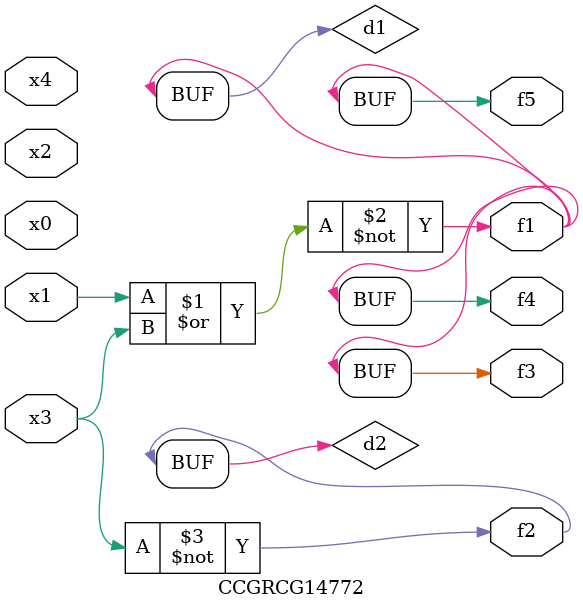
<source format=v>
module CCGRCG14772(
	input x0, x1, x2, x3, x4,
	output f1, f2, f3, f4, f5
);

	wire d1, d2;

	nor (d1, x1, x3);
	not (d2, x3);
	assign f1 = d1;
	assign f2 = d2;
	assign f3 = d1;
	assign f4 = d1;
	assign f5 = d1;
endmodule

</source>
